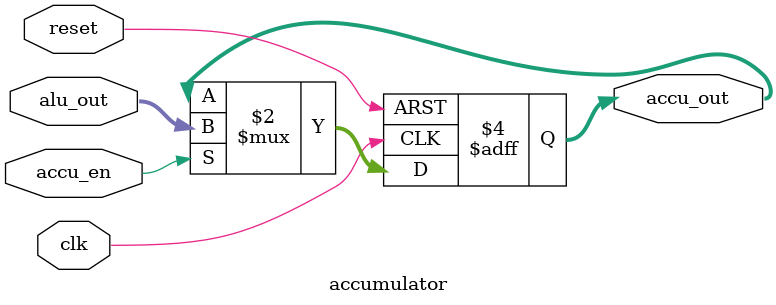
<source format=v>
module accumulator(
input [7:0] alu_out,
input accu_en, clk, reset,
output reg [7:0] accu_out
    );
    
    always @(posedge clk, posedge reset) begin
     if (reset)
      accu_out <= 8'b00000000;
     else
      if(accu_en) accu_out <= alu_out;  //takes input only when enabble in triggered
     
    end
endmodule
</source>
